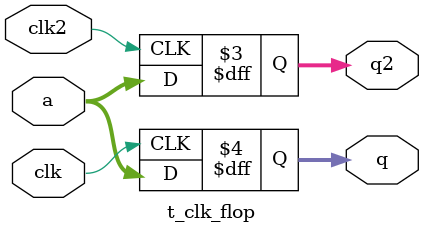
<source format=v>

`include "verilated.v"

module t_clk_flop (/*AUTOARG*/
   // Outputs
   q, q2, 
   // Inputs
   clk, clk2, a
   );
   parameter WIDTH=8;
   input clk;
   input clk2;
   input [(WIDTH-1):0]  a;
   output [(WIDTH-1):0] q;
   output [(WIDTH-1):0] q2;
   reg [(WIDTH-1):0] q;
   reg [(WIDTH-1):0] q2;
   always @ (posedge clk) q<=a;
   always @ (posedge clk2) q2<=a;
endmodule

// Local Variables:
// compile-command: "./vlint __FILE__"
// End:

</source>
